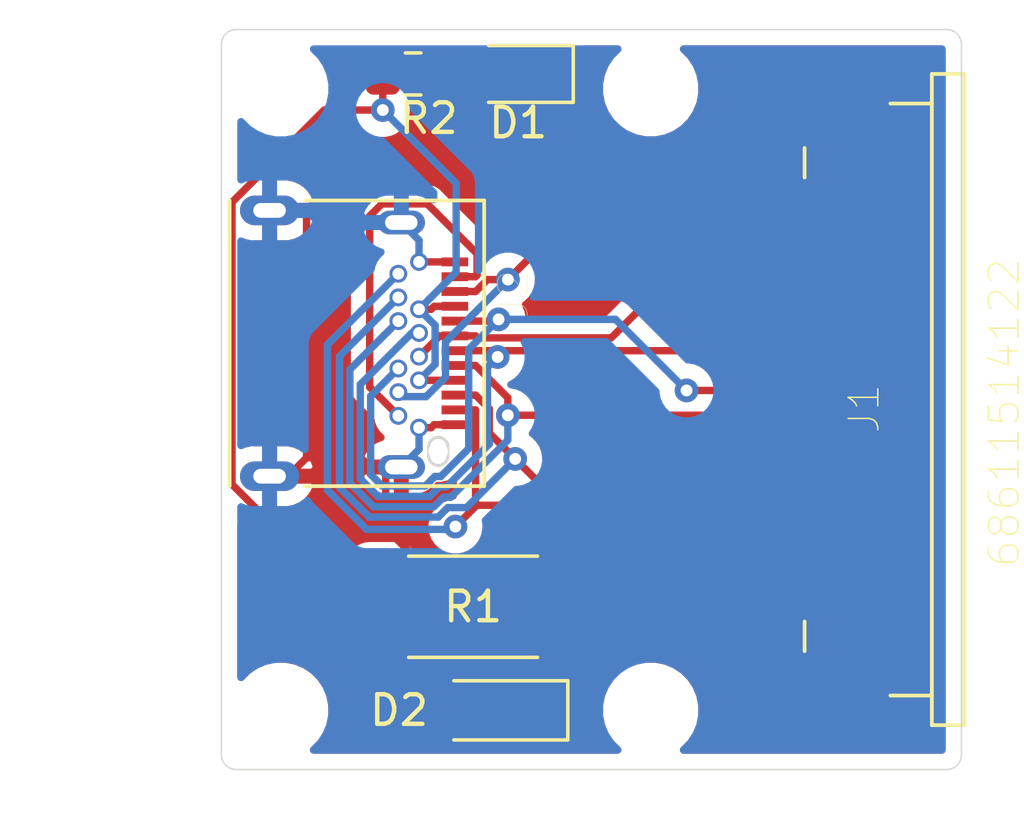
<source format=kicad_pcb>
(kicad_pcb (version 20171130) (host pcbnew "(5.1.7)-1")

  (general
    (thickness 1.6)
    (drawings 8)
    (tracks 171)
    (zones 0)
    (modules 10)
    (nets 15)
  )

  (page A4)
  (layers
    (0 F.Cu signal)
    (31 B.Cu signal)
    (32 B.Adhes user)
    (33 F.Adhes user)
    (34 B.Paste user)
    (35 F.Paste user)
    (36 B.SilkS user)
    (37 F.SilkS user)
    (38 B.Mask user)
    (39 F.Mask user)
    (40 Dwgs.User user)
    (41 Cmts.User user)
    (42 Eco1.User user)
    (43 Eco2.User user)
    (44 Edge.Cuts user)
    (45 Margin user)
    (46 B.CrtYd user)
    (47 F.CrtYd user)
    (48 B.Fab user)
    (49 F.Fab user)
  )

  (setup
    (last_trace_width 0.25)
    (trace_clearance 0.1)
    (zone_clearance 0.508)
    (zone_45_only no)
    (trace_min 0.2)
    (via_size 0.8)
    (via_drill 0.4)
    (via_min_size 0.4)
    (via_min_drill 0.3)
    (uvia_size 0.3)
    (uvia_drill 0.1)
    (uvias_allowed no)
    (uvia_min_size 0.2)
    (uvia_min_drill 0.1)
    (edge_width 0.05)
    (segment_width 0.2)
    (pcb_text_width 0.3)
    (pcb_text_size 1.5 1.5)
    (mod_edge_width 0.12)
    (mod_text_size 1 1)
    (mod_text_width 0.15)
    (pad_size 1.524 1.524)
    (pad_drill 0.762)
    (pad_to_mask_clearance 0)
    (aux_axis_origin 0 0)
    (visible_elements FFFFFF7F)
    (pcbplotparams
      (layerselection 0x010dc_ffffffff)
      (usegerberextensions false)
      (usegerberattributes true)
      (usegerberadvancedattributes true)
      (creategerberjobfile true)
      (excludeedgelayer true)
      (linewidth 0.100000)
      (plotframeref false)
      (viasonmask false)
      (mode 1)
      (useauxorigin false)
      (hpglpennumber 1)
      (hpglpenspeed 20)
      (hpglpendiameter 15.000000)
      (psnegative false)
      (psa4output false)
      (plotreference true)
      (plotvalue true)
      (plotinvisibletext false)
      (padsonsilk false)
      (subtractmaskfromsilk false)
      (outputformat 1)
      (mirror false)
      (drillshape 0)
      (scaleselection 1)
      (outputdirectory "./"))
  )

  (net 0 "")
  (net 1 GND)
  (net 2 "Net-(D1-Pad2)")
  (net 3 3.3VProtected)
  (net 4 CAMERAGPIO)
  (net 5 "Net-(J1-Pad4)")
  (net 6 CAMERASCL)
  (net 7 CAMERASDA)
  (net 8 CAMERACP)
  (net 9 CAMERACN)
  (net 10 CAMERADP1)
  (net 11 CAMERADN1)
  (net 12 CAMERADP0)
  (net 13 CAMERADN0)
  (net 14 +3V3)

  (net_class Default "This is the default net class."
    (clearance 0.1)
    (trace_width 0.25)
    (via_dia 0.8)
    (via_drill 0.4)
    (uvia_dia 0.3)
    (uvia_drill 0.1)
    (add_net +3V3)
    (add_net 3.3VProtected)
    (add_net CAMERACN)
    (add_net CAMERACP)
    (add_net CAMERADN0)
    (add_net CAMERADN1)
    (add_net CAMERADP0)
    (add_net CAMERADP1)
    (add_net CAMERAGPIO)
    (add_net CAMERASCL)
    (add_net CAMERASDA)
    (add_net GND)
    (add_net "Net-(D1-Pad2)")
    (add_net "Net-(J1-Pad4)")
  )

  (module 68611514122 (layer F.Cu) (tedit 5EAD9457) (tstamp 6027364C)
    (at 173.5 63 90)
    (descr "<b>WR-FPC 1.00mm SMT ZIF Horizontal Top Contact, 15 Pins")
    (path /6026C795)
    (attr smd)
    (fp_text reference J1 (at -0.3048 0.7112 90) (layer F.SilkS)
      (effects (font (size 1 1) (thickness 0.05)))
    )
    (fp_text value 68611514122 (at -0.4466 5.4484 90) (layer F.SilkS)
      (effects (font (size 1 1) (thickness 0.05)))
    )
    (fp_line (start 10 1.6) (end 10 3) (layer F.SilkS) (width 0.127))
    (fp_line (start -10 1.6) (end -10 3) (layer F.SilkS) (width 0.127))
    (fp_line (start 7.5 -1.3) (end 8.5 -1.3) (layer F.SilkS) (width 0.127))
    (fp_line (start -8.5 -1.3) (end -7.5 -1.3) (layer F.SilkS) (width 0.127))
    (fp_line (start -11 4.1) (end -11 3) (layer F.SilkS) (width 0.127))
    (fp_line (start 11 4.1) (end -11 4.1) (layer F.SilkS) (width 0.127))
    (fp_line (start 11 3) (end 11 4.1) (layer F.SilkS) (width 0.127))
    (fp_line (start 10 3) (end 11 3) (layer F.SilkS) (width 0.127))
    (fp_line (start -10 3) (end 10 3) (layer F.SilkS) (width 0.127))
    (fp_line (start -11 3) (end -10 3) (layer F.SilkS) (width 0.127))
    (fp_line (start -10 3) (end -10 -1.3) (layer Eco2.User) (width 0.127))
    (fp_line (start 10 -1.3) (end 10 3) (layer Eco2.User) (width 0.127))
    (fp_line (start -10 -1.3) (end 10 -1.3) (layer Eco2.User) (width 0.127))
    (pad 5 smd rect (at -3 -2.4 90) (size 0.6 2.2) (layers F.Cu F.Paste F.Mask)
      (net 4 CAMERAGPIO))
    (pad 4 smd rect (at -4 -2.4 90) (size 0.6 2.2) (layers F.Cu F.Paste F.Mask)
      (net 5 "Net-(J1-Pad4)"))
    (pad 6 smd rect (at -2 -2.4 90) (size 0.6 2.2) (layers F.Cu F.Paste F.Mask)
      (net 1 GND))
    (pad 3 smd rect (at -5 -2.4 90) (size 0.6 2.2) (layers F.Cu F.Paste F.Mask)
      (net 6 CAMERASCL))
    (pad Z2 smd rect (at 9.6 0 90) (size 1.8 2.6) (layers F.Cu F.Paste F.Mask))
    (pad Z1 smd rect (at -9.6 0 90) (size 1.8 2.6) (layers F.Cu F.Paste F.Mask))
    (pad 2 smd rect (at -6 -2.4 90) (size 0.6 2.2) (layers F.Cu F.Paste F.Mask)
      (net 7 CAMERASDA))
    (pad 1 smd rect (at -7 -2.4 90) (size 0.6 2.2) (layers F.Cu F.Paste F.Mask)
      (net 3 3.3VProtected))
    (pad 7 smd rect (at -1 -2.4 90) (size 0.6 2.2) (layers F.Cu F.Paste F.Mask)
      (net 8 CAMERACP))
    (pad 8 smd rect (at 0 -2.4 90) (size 0.6 2.2) (layers F.Cu F.Paste F.Mask)
      (net 9 CAMERACN))
    (pad 9 smd rect (at 1 -2.4 90) (size 0.6 2.2) (layers F.Cu F.Paste F.Mask)
      (net 1 GND))
    (pad 10 smd rect (at 2 -2.4 90) (size 0.6 2.2) (layers F.Cu F.Paste F.Mask)
      (net 10 CAMERADP1))
    (pad 11 smd rect (at 3 -2.4 90) (size 0.6 2.2) (layers F.Cu F.Paste F.Mask)
      (net 11 CAMERADN1))
    (pad 12 smd rect (at 4 -2.4 90) (size 0.6 2.2) (layers F.Cu F.Paste F.Mask)
      (net 1 GND))
    (pad 13 smd rect (at 5 -2.4 90) (size 0.6 2.2) (layers F.Cu F.Paste F.Mask)
      (net 12 CAMERADP0))
    (pad 14 smd rect (at 6 -2.4 90) (size 0.6 2.2) (layers F.Cu F.Paste F.Mask)
      (net 13 CAMERADN0))
    (pad 15 smd rect (at 7 -2.4 90) (size 0.6 2.2) (layers F.Cu F.Paste F.Mask)
      (net 1 GND))
    (model :Imported:68611514122/68611514122_Download_STP_68611514122_rev1.stp
      (offset (xyz 0 -1.5 1.5))
      (scale (xyz 1 1 1))
      (rotate (xyz 90 180 180))
    )
  )

  (module MountingHole:MountingHole_2.2mm_M2 (layer F.Cu) (tedit 56D1B4CB) (tstamp 602738A0)
    (at 167 52.5)
    (descr "Mounting Hole 2.2mm, no annular, M2")
    (tags "mounting hole 2.2mm no annular m2")
    (attr virtual)
    (fp_text reference REF2 (at 0 -3.2) (layer F.SilkS) hide
      (effects (font (size 1 1) (thickness 0.15)))
    )
    (fp_text value MountingHole_2.2mm_M2 (at 0 3.2) (layer F.Fab)
      (effects (font (size 1 1) (thickness 0.15)))
    )
    (fp_text user %R (at 0.3 0) (layer F.Fab)
      (effects (font (size 1 1) (thickness 0.15)))
    )
    (fp_circle (center 0 0) (end 2.2 0) (layer Cmts.User) (width 0.15))
    (fp_circle (center 0 0) (end 2.45 0) (layer F.CrtYd) (width 0.05))
    (pad 1 np_thru_hole circle (at 0 0) (size 2.2 2.2) (drill 2.2) (layers *.Cu *.Mask))
  )

  (module MountingHole:MountingHole_2.2mm_M2 (layer F.Cu) (tedit 56D1B4CB) (tstamp 60273875)
    (at 167 73.5)
    (descr "Mounting Hole 2.2mm, no annular, M2")
    (tags "mounting hole 2.2mm no annular m2")
    (attr virtual)
    (fp_text reference REF3 (at 0 -3.2) (layer F.SilkS) hide
      (effects (font (size 1 1) (thickness 0.15)))
    )
    (fp_text value MountingHole_2.2mm_M2 (at 0 3.2) (layer F.Fab)
      (effects (font (size 1 1) (thickness 0.15)))
    )
    (fp_text user %R (at 0.3 0) (layer F.Fab)
      (effects (font (size 1 1) (thickness 0.15)))
    )
    (fp_circle (center 0 0) (end 2.2 0) (layer Cmts.User) (width 0.15))
    (fp_circle (center 0 0) (end 2.45 0) (layer F.CrtYd) (width 0.05))
    (pad 1 np_thru_hole circle (at 0 0) (size 2.2 2.2) (drill 2.2) (layers *.Cu *.Mask))
  )

  (module MountingHole:MountingHole_2.2mm_M2 (layer F.Cu) (tedit 56D1B4CB) (tstamp 60273849)
    (at 154.5 73.5)
    (descr "Mounting Hole 2.2mm, no annular, M2")
    (tags "mounting hole 2.2mm no annular m2")
    (attr virtual)
    (fp_text reference REF4 (at 0 -3.2) (layer F.SilkS) hide
      (effects (font (size 1 1) (thickness 0.15)))
    )
    (fp_text value MountingHole_2.2mm_M2 (at 0 3.2) (layer F.Fab)
      (effects (font (size 1 1) (thickness 0.15)))
    )
    (fp_text user %R (at 0.3 0) (layer F.Fab)
      (effects (font (size 1 1) (thickness 0.15)))
    )
    (fp_circle (center 0 0) (end 2.2 0) (layer Cmts.User) (width 0.15))
    (fp_circle (center 0 0) (end 2.45 0) (layer F.CrtYd) (width 0.05))
    (pad 1 np_thru_hole circle (at 0 0) (size 2.2 2.2) (drill 2.2) (layers *.Cu *.Mask))
  )

  (module MountingHole:MountingHole_2.2mm_M2 (layer F.Cu) (tedit 56D1B4CB) (tstamp 6027381E)
    (at 154.5 52.5)
    (descr "Mounting Hole 2.2mm, no annular, M2")
    (tags "mounting hole 2.2mm no annular m2")
    (attr virtual)
    (fp_text reference REF1 (at 0 -3.2) (layer F.SilkS) hide
      (effects (font (size 1 1) (thickness 0.15)))
    )
    (fp_text value MountingHole_2.2mm_M2 (at 0 3.2) (layer F.Fab)
      (effects (font (size 1 1) (thickness 0.15)))
    )
    (fp_text user %R (at 0.3 0) (layer F.Fab)
      (effects (font (size 1 1) (thickness 0.15)))
    )
    (fp_circle (center 0 0) (end 2.2 0) (layer Cmts.User) (width 0.15))
    (fp_circle (center 0 0) (end 2.45 0) (layer F.CrtYd) (width 0.05))
    (pad 1 np_thru_hole circle (at 0 0) (size 2.2 2.2) (drill 2.2) (layers *.Cu *.Mask))
  )

  (module LED_SMD:LED_0805_2012Metric_Pad1.15x1.40mm_HandSolder (layer F.Cu) (tedit 5F68FEF1) (tstamp 60273611)
    (at 162.525 52 180)
    (descr "LED SMD 0805 (2012 Metric), square (rectangular) end terminal, IPC_7351 nominal, (Body size source: https://docs.google.com/spreadsheets/d/1BsfQQcO9C6DZCsRaXUlFlo91Tg2WpOkGARC1WS5S8t0/edit?usp=sharing), generated with kicad-footprint-generator")
    (tags "LED handsolder")
    (path /6026DE3A)
    (attr smd)
    (fp_text reference D1 (at 0 -1.65) (layer F.SilkS)
      (effects (font (size 1 1) (thickness 0.15)))
    )
    (fp_text value LED (at 0 1.65) (layer F.Fab)
      (effects (font (size 1 1) (thickness 0.15)))
    )
    (fp_line (start 1.85 0.95) (end -1.85 0.95) (layer F.CrtYd) (width 0.05))
    (fp_line (start 1.85 -0.95) (end 1.85 0.95) (layer F.CrtYd) (width 0.05))
    (fp_line (start -1.85 -0.95) (end 1.85 -0.95) (layer F.CrtYd) (width 0.05))
    (fp_line (start -1.85 0.95) (end -1.85 -0.95) (layer F.CrtYd) (width 0.05))
    (fp_line (start -1.86 0.96) (end 1 0.96) (layer F.SilkS) (width 0.12))
    (fp_line (start -1.86 -0.96) (end -1.86 0.96) (layer F.SilkS) (width 0.12))
    (fp_line (start 1 -0.96) (end -1.86 -0.96) (layer F.SilkS) (width 0.12))
    (fp_line (start 1 0.6) (end 1 -0.6) (layer F.Fab) (width 0.1))
    (fp_line (start -1 0.6) (end 1 0.6) (layer F.Fab) (width 0.1))
    (fp_line (start -1 -0.3) (end -1 0.6) (layer F.Fab) (width 0.1))
    (fp_line (start -0.7 -0.6) (end -1 -0.3) (layer F.Fab) (width 0.1))
    (fp_line (start 1 -0.6) (end -0.7 -0.6) (layer F.Fab) (width 0.1))
    (fp_text user %R (at 0 0) (layer F.Fab)
      (effects (font (size 0.5 0.5) (thickness 0.08)))
    )
    (pad 1 smd roundrect (at -1.025 0 180) (size 1.15 1.4) (layers F.Cu F.Paste F.Mask) (roundrect_rratio 0.2173904347826087)
      (net 1 GND))
    (pad 2 smd roundrect (at 1.025 0 180) (size 1.15 1.4) (layers F.Cu F.Paste F.Mask) (roundrect_rratio 0.2173904347826087)
      (net 2 "Net-(D1-Pad2)"))
    (model ${KISYS3DMOD}/LED_SMD.3dshapes/LED_0805_2012Metric.wrl
      (at (xyz 0 0 0))
      (scale (xyz 1 1 1))
      (rotate (xyz 0 0 0))
    )
  )

  (module Diode_SMD:D_SOD-123F (layer F.Cu) (tedit 587F7769) (tstamp 6027362A)
    (at 162 73.5 180)
    (descr D_SOD-123F)
    (tags D_SOD-123F)
    (path /6026D633)
    (attr smd)
    (fp_text reference D2 (at 3.5 0) (layer F.SilkS)
      (effects (font (size 1 1) (thickness 0.15)))
    )
    (fp_text value "D_Zener 3.3V" (at 0 2.1) (layer F.Fab)
      (effects (font (size 1 1) (thickness 0.15)))
    )
    (fp_line (start -2.2 -1) (end 1.65 -1) (layer F.SilkS) (width 0.12))
    (fp_line (start -2.2 1) (end 1.65 1) (layer F.SilkS) (width 0.12))
    (fp_line (start -2.2 -1.15) (end -2.2 1.15) (layer F.CrtYd) (width 0.05))
    (fp_line (start 2.2 1.15) (end -2.2 1.15) (layer F.CrtYd) (width 0.05))
    (fp_line (start 2.2 -1.15) (end 2.2 1.15) (layer F.CrtYd) (width 0.05))
    (fp_line (start -2.2 -1.15) (end 2.2 -1.15) (layer F.CrtYd) (width 0.05))
    (fp_line (start -1.4 -0.9) (end 1.4 -0.9) (layer F.Fab) (width 0.1))
    (fp_line (start 1.4 -0.9) (end 1.4 0.9) (layer F.Fab) (width 0.1))
    (fp_line (start 1.4 0.9) (end -1.4 0.9) (layer F.Fab) (width 0.1))
    (fp_line (start -1.4 0.9) (end -1.4 -0.9) (layer F.Fab) (width 0.1))
    (fp_line (start -0.75 0) (end -0.35 0) (layer F.Fab) (width 0.1))
    (fp_line (start -0.35 0) (end -0.35 -0.55) (layer F.Fab) (width 0.1))
    (fp_line (start -0.35 0) (end -0.35 0.55) (layer F.Fab) (width 0.1))
    (fp_line (start -0.35 0) (end 0.25 -0.4) (layer F.Fab) (width 0.1))
    (fp_line (start 0.25 -0.4) (end 0.25 0.4) (layer F.Fab) (width 0.1))
    (fp_line (start 0.25 0.4) (end -0.35 0) (layer F.Fab) (width 0.1))
    (fp_line (start 0.25 0) (end 0.75 0) (layer F.Fab) (width 0.1))
    (fp_line (start -2.2 -1) (end -2.2 1) (layer F.SilkS) (width 0.12))
    (fp_text user %R (at -0.127 -1.905) (layer F.Fab)
      (effects (font (size 1 1) (thickness 0.15)))
    )
    (pad 1 smd rect (at -1.4 0 180) (size 1.1 1.1) (layers F.Cu F.Paste F.Mask)
      (net 3 3.3VProtected))
    (pad 2 smd rect (at 1.4 0 180) (size 1.1 1.1) (layers F.Cu F.Paste F.Mask)
      (net 1 GND))
    (model ${KISYS3DMOD}/Diode_SMD.3dshapes/D_SOD-123F.wrl
      (at (xyz 0 0 0))
      (scale (xyz 1 1 1))
      (rotate (xyz 0 0 0))
    )
  )

  (module Resistor_SMD:R_2512_6332Metric_Pad1.40x3.35mm_HandSolder (layer F.Cu) (tedit 5F68FEEE) (tstamp 60273AB9)
    (at 161 70 180)
    (descr "Resistor SMD 2512 (6332 Metric), square (rectangular) end terminal, IPC_7351 nominal with elongated pad for handsoldering. (Body size source: IPC-SM-782 page 72, https://www.pcb-3d.com/wordpress/wp-content/uploads/ipc-sm-782a_amendment_1_and_2.pdf), generated with kicad-footprint-generator")
    (tags "resistor handsolder")
    (path /602704B6)
    (attr smd)
    (fp_text reference R1 (at 0 0) (layer F.SilkS)
      (effects (font (size 1 1) (thickness 0.15)))
    )
    (fp_text value 100R (at 0 2.62) (layer F.Fab)
      (effects (font (size 1 1) (thickness 0.15)))
    )
    (fp_line (start 4 1.92) (end -4 1.92) (layer F.CrtYd) (width 0.05))
    (fp_line (start 4 -1.92) (end 4 1.92) (layer F.CrtYd) (width 0.05))
    (fp_line (start -4 -1.92) (end 4 -1.92) (layer F.CrtYd) (width 0.05))
    (fp_line (start -4 1.92) (end -4 -1.92) (layer F.CrtYd) (width 0.05))
    (fp_line (start -2.177064 1.71) (end 2.177064 1.71) (layer F.SilkS) (width 0.12))
    (fp_line (start -2.177064 -1.71) (end 2.177064 -1.71) (layer F.SilkS) (width 0.12))
    (fp_line (start 3.15 1.6) (end -3.15 1.6) (layer F.Fab) (width 0.1))
    (fp_line (start 3.15 -1.6) (end 3.15 1.6) (layer F.Fab) (width 0.1))
    (fp_line (start -3.15 -1.6) (end 3.15 -1.6) (layer F.Fab) (width 0.1))
    (fp_line (start -3.15 1.6) (end -3.15 -1.6) (layer F.Fab) (width 0.1))
    (fp_text user %R (at 0 0) (layer F.Fab)
      (effects (font (size 1 1) (thickness 0.15)))
    )
    (pad 1 smd roundrect (at -3.05 0 180) (size 1.4 3.35) (layers F.Cu F.Paste F.Mask) (roundrect_rratio 0.1785707142857143)
      (net 3 3.3VProtected))
    (pad 2 smd roundrect (at 3.05 0 180) (size 1.4 3.35) (layers F.Cu F.Paste F.Mask) (roundrect_rratio 0.1785707142857143)
      (net 14 +3V3))
    (model ${KISYS3DMOD}/Resistor_SMD.3dshapes/R_2512_6332Metric.wrl
      (at (xyz 0 0 0))
      (scale (xyz 1 1 1))
      (rotate (xyz 0 0 0))
    )
  )

  (module Resistor_SMD:R_0805_2012Metric_Pad1.15x1.40mm_HandSolder (layer F.Cu) (tedit 5B36C52B) (tstamp 60273C16)
    (at 158.975 52)
    (descr "Resistor SMD 0805 (2012 Metric), square (rectangular) end terminal, IPC_7351 nominal with elongated pad for handsoldering. (Body size source: https://docs.google.com/spreadsheets/d/1BsfQQcO9C6DZCsRaXUlFlo91Tg2WpOkGARC1WS5S8t0/edit?usp=sharing), generated with kicad-footprint-generator")
    (tags "resistor handsolder")
    (path /60276D20)
    (attr smd)
    (fp_text reference R2 (at 0.525 1.5) (layer F.SilkS)
      (effects (font (size 1 1) (thickness 0.15)))
    )
    (fp_text value 1K (at 0 1.65) (layer F.Fab)
      (effects (font (size 1 1) (thickness 0.15)))
    )
    (fp_line (start 1.85 0.95) (end -1.85 0.95) (layer F.CrtYd) (width 0.05))
    (fp_line (start 1.85 -0.95) (end 1.85 0.95) (layer F.CrtYd) (width 0.05))
    (fp_line (start -1.85 -0.95) (end 1.85 -0.95) (layer F.CrtYd) (width 0.05))
    (fp_line (start -1.85 0.95) (end -1.85 -0.95) (layer F.CrtYd) (width 0.05))
    (fp_line (start -0.261252 0.71) (end 0.261252 0.71) (layer F.SilkS) (width 0.12))
    (fp_line (start -0.261252 -0.71) (end 0.261252 -0.71) (layer F.SilkS) (width 0.12))
    (fp_line (start 1 0.6) (end -1 0.6) (layer F.Fab) (width 0.1))
    (fp_line (start 1 -0.6) (end 1 0.6) (layer F.Fab) (width 0.1))
    (fp_line (start -1 -0.6) (end 1 -0.6) (layer F.Fab) (width 0.1))
    (fp_line (start -1 0.6) (end -1 -0.6) (layer F.Fab) (width 0.1))
    (fp_text user %R (at 0 0) (layer F.Fab)
      (effects (font (size 0.5 0.5) (thickness 0.08)))
    )
    (pad 1 smd roundrect (at -1.025 0) (size 1.15 1.4) (layers F.Cu F.Paste F.Mask) (roundrect_rratio 0.2173904347826087)
      (net 14 +3V3))
    (pad 2 smd roundrect (at 1.025 0) (size 1.15 1.4) (layers F.Cu F.Paste F.Mask) (roundrect_rratio 0.2173904347826087)
      (net 2 "Net-(D1-Pad2)"))
    (model ${KISYS3DMOD}/Resistor_SMD.3dshapes/R_0805_2012Metric.wrl
      (at (xyz 0 0 0))
      (scale (xyz 1 1 1))
      (rotate (xyz 0 0 0))
    )
  )

  (module digikey-footprints:CONN_10137062-00021LF (layer F.Cu) (tedit 6026E241) (tstamp 60274FDF)
    (at 159.825 61.1 270)
    (path /602D118D)
    (fp_text reference J2 (at -1.651 -2.54 90) (layer F.SilkS)
      (effects (font (size 1 1) (thickness 0.015)))
    )
    (fp_text value 10137062-00021LF (at 8.509 8.255 90) (layer F.Fab)
      (effects (font (size 1 1) (thickness 0.015)))
    )
    (fp_line (start 3.8 0.325) (end 3.5 0.325) (layer Edge.Cuts) (width 0.1))
    (fp_line (start 3.5 -0.325) (end 3.8 -0.325) (layer Edge.Cuts) (width 0.1))
    (fp_line (start -5.15 7.3) (end -5.15 -1.8) (layer F.CrtYd) (width 0.05))
    (fp_line (start 5.15 7.3) (end -5.15 7.3) (layer F.CrtYd) (width 0.05))
    (fp_line (start 5.15 -1.8) (end 5.15 7.3) (layer F.CrtYd) (width 0.05))
    (fp_line (start -5.15 -1.8) (end 5.15 -1.8) (layer F.CrtYd) (width 0.05))
    (fp_line (start 4.825 -1.55) (end 4.825 4.5) (layer F.SilkS) (width 0.127))
    (fp_line (start -4.825 -1.55) (end -4.825 4.5) (layer F.SilkS) (width 0.127))
    (fp_line (start 4.825 7.05) (end -4.825 7.05) (layer F.SilkS) (width 0.127))
    (fp_line (start -4.825 -1.55) (end 4.825 -1.55) (layer F.SilkS) (width 0.127))
    (fp_line (start -4.825 7.05) (end -4.825 -1.55) (layer F.Fab) (width 0.127))
    (fp_line (start 4.825 7.05) (end -4.825 7.05) (layer F.Fab) (width 0.127))
    (fp_line (start 4.825 -1.55) (end 4.825 7.05) (layer F.Fab) (width 0.127))
    (fp_line (start -4.825 -1.55) (end 4.825 -1.55) (layer F.Fab) (width 0.127))
    (fp_arc (start 3.5 0) (end 3.5 -0.325) (angle -90) (layer Edge.Cuts) (width 0.1))
    (fp_arc (start 3.5 0) (end 3.175 0) (angle -90) (layer Edge.Cuts) (width 0.1))
    (fp_arc (start 3.8 0) (end 3.8 0.325) (angle -90) (layer Edge.Cuts) (width 0.1))
    (fp_arc (start 3.8 0) (end 4.125 0) (angle -90) (layer Edge.Cuts) (width 0.1))
    (fp_text user B1 (at 5.5 2.3 90) (layer F.Fab)
      (effects (font (size 0.48 0.48) (thickness 0.015)))
    )
    (fp_text user A1 (at -6.4 -0.5 90) (layer F.Fab)
      (effects (font (size 0.48 0.48) (thickness 0.015)))
    )
    (pad None np_thru_hole circle (at 3.65 0 270) (size 0.65 0.65) (drill 0.65) (layers *.Cu *.Mask))
    (pad S4 thru_hole oval (at 4.49 5.7 270) (size 1 2) (drill oval 0.5 1.1) (layers *.Cu *.Mask)
      (net 1 GND))
    (pad S3 thru_hole oval (at -4.49 5.7 270) (size 1 2) (drill oval 0.5 1.1) (layers *.Cu *.Mask)
      (net 1 GND))
    (pad S2 thru_hole oval (at 4.18 1.25 270) (size 0.8 1.6) (drill oval 0.5 1.1) (layers *.Cu *.Mask)
      (net 1 GND))
    (pad S1 thru_hole oval (at -4.08 1.25 270) (size 0.8 1.6) (drill oval 0.5 1.1) (layers *.Cu *.Mask)
      (net 1 GND))
    (pad B12 thru_hole circle (at -2.75 0.65 270) (size 0.6 0.6) (drill 0.4) (layers *.Cu *.Mask)
      (net 1 GND))
    (pad B11 thru_hole circle (at -2.35 1.35 270) (size 0.6 0.6) (drill 0.4) (layers *.Cu *.Mask)
      (net 7 CAMERASDA))
    (pad B10 thru_hole circle (at -1.55 1.35 270) (size 0.6 0.6) (drill 0.4) (layers *.Cu *.Mask)
      (net 6 CAMERASCL))
    (pad B9 thru_hole circle (at -1.15 0.65 270) (size 0.6 0.6) (drill 0.4) (layers *.Cu *.Mask)
      (net 14 +3V3))
    (pad B8 thru_hole circle (at -0.75 1.35 270) (size 0.6 0.6) (drill 0.4) (layers *.Cu *.Mask)
      (net 8 CAMERACP))
    (pad B7 thru_hole circle (at -0.35 0.65 270) (size 0.6 0.6) (drill 0.4) (layers *.Cu *.Mask)
      (net 10 CAMERADP1))
    (pad B6 thru_hole circle (at 0.45 0.65 270) (size 0.6 0.6) (drill 0.4) (layers *.Cu *.Mask)
      (net 11 CAMERADN1))
    (pad B5 thru_hole circle (at 0.85 1.35 270) (size 0.6 0.6) (drill 0.4) (layers *.Cu *.Mask)
      (net 9 CAMERACN))
    (pad B4 thru_hole circle (at 1.25 0.65 270) (size 0.6 0.6) (drill 0.4) (layers *.Cu *.Mask)
      (net 14 +3V3))
    (pad B3 thru_hole circle (at 1.65 1.35 270) (size 0.6 0.6) (drill 0.4) (layers *.Cu *.Mask)
      (net 12 CAMERADP0))
    (pad B2 thru_hole circle (at 2.45 1.35 270) (size 0.6 0.6) (drill 0.4) (layers *.Cu *.Mask)
      (net 13 CAMERADN0))
    (pad B1 thru_hole circle (at 2.85 0.65 270) (size 0.6 0.6) (drill 0.4) (layers *.Cu *.Mask)
      (net 1 GND))
    (pad A12 smd rect (at 2.75 -0.56 270) (size 0.3 0.9) (layers F.Cu F.Paste F.Mask)
      (net 1 GND))
    (pad A11 smd rect (at 2.25 -0.56 270) (size 0.3 0.9) (layers F.Cu F.Paste F.Mask)
      (net 7 CAMERASDA))
    (pad A10 smd rect (at 1.75 -0.56 270) (size 0.3 0.9) (layers F.Cu F.Paste F.Mask)
      (net 6 CAMERASCL))
    (pad A9 smd rect (at 1.25 -0.56 270) (size 0.3 0.9) (layers F.Cu F.Paste F.Mask)
      (net 14 +3V3))
    (pad A8 smd rect (at 0.75 -0.56 270) (size 0.3 0.9) (layers F.Cu F.Paste F.Mask)
      (net 8 CAMERACP))
    (pad A7 smd rect (at 0.25 -0.56 270) (size 0.3 0.9) (layers F.Cu F.Paste F.Mask)
      (net 10 CAMERADP1))
    (pad A6 smd rect (at -0.25 -0.56 270) (size 0.3 0.9) (layers F.Cu F.Paste F.Mask)
      (net 11 CAMERADN1))
    (pad A5 smd rect (at -0.75 -0.56 270) (size 0.3 0.9) (layers F.Cu F.Paste F.Mask)
      (net 9 CAMERACN))
    (pad A4 smd rect (at -1.25 -0.56 270) (size 0.3 0.9) (layers F.Cu F.Paste F.Mask)
      (net 14 +3V3))
    (pad A3 smd rect (at -1.75 -0.56 270) (size 0.3 0.9) (layers F.Cu F.Paste F.Mask)
      (net 12 CAMERADP0))
    (pad A2 smd rect (at -2.25 -0.56 270) (size 0.3 0.9) (layers F.Cu F.Paste F.Mask)
      (net 13 CAMERADN0))
    (pad A1 smd rect (at -2.75 -0.56 270) (size 0.3 0.9) (layers F.Cu F.Paste F.Mask)
      (net 1 GND))
    (pad None np_thru_hole circle (at -3.55 0 270) (size 0.65 0.65) (drill 0.65) (layers *.Cu *.Mask))
  )

  (gr_arc (start 153 75) (end 152.5 75) (angle -90) (layer Edge.Cuts) (width 0.05))
  (gr_arc (start 177 75) (end 177 75.5) (angle -90) (layer Edge.Cuts) (width 0.05))
  (gr_arc (start 177 51) (end 177.5 51) (angle -90) (layer Edge.Cuts) (width 0.05))
  (gr_arc (start 153 51) (end 153 50.5) (angle -90) (layer Edge.Cuts) (width 0.05))
  (gr_line (start 152.5 75) (end 152.5 51) (layer Edge.Cuts) (width 0.05) (tstamp 60273801))
  (gr_line (start 177 75.5) (end 153 75.5) (layer Edge.Cuts) (width 0.05))
  (gr_line (start 177.5 51) (end 177.5 75) (layer Edge.Cuts) (width 0.05))
  (gr_line (start 153 50.5) (end 177 50.5) (layer Edge.Cuts) (width 0.05))

  (segment (start 158.05 65.28) (end 158.05 67.3473) (width 0.25) (layer F.Cu) (net 1))
  (segment (start 158.05 67.3473) (end 160.6 69.8973) (width 0.25) (layer F.Cu) (net 1))
  (segment (start 160.6 69.8973) (end 160.6 73.5) (width 0.25) (layer F.Cu) (net 1))
  (segment (start 158.05 65.28) (end 157.525 65.28) (width 0.25) (layer F.Cu) (net 1))
  (segment (start 158.575 65.28) (end 158.05 65.28) (width 0.25) (layer F.Cu) (net 1))
  (segment (start 155.375 64.965) (end 154.75 65.59) (width 0.25) (layer F.Cu) (net 1))
  (segment (start 155.375 56.61) (end 155.375 64.965) (width 0.25) (layer F.Cu) (net 1))
  (segment (start 155.375 64.965) (end 157.21 64.965) (width 0.25) (layer F.Cu) (net 1))
  (segment (start 157.21 64.965) (end 157.525 65.28) (width 0.25) (layer F.Cu) (net 1))
  (segment (start 154.125 65.59) (end 154.75 65.59) (width 0.25) (layer F.Cu) (net 1))
  (segment (start 160.385 63.85) (end 159.685 63.85) (width 0.25) (layer F.Cu) (net 1))
  (segment (start 159.175 63.95) (end 159.585 63.95) (width 0.25) (layer F.Cu) (net 1))
  (segment (start 159.585 63.95) (end 159.685 63.85) (width 0.25) (layer F.Cu) (net 1))
  (segment (start 155.375 56.61) (end 156.3391 55.6459) (width 0.25) (layer F.Cu) (net 1))
  (segment (start 156.3391 55.6459) (end 159.9041 55.6459) (width 0.25) (layer F.Cu) (net 1))
  (segment (start 159.9041 55.6459) (end 163.55 52) (width 0.25) (layer F.Cu) (net 1))
  (segment (start 163.55 52) (end 167.55 56) (width 0.25) (layer F.Cu) (net 1))
  (segment (start 167.55 56) (end 169.75 56) (width 0.25) (layer F.Cu) (net 1))
  (segment (start 154.125 56.61) (end 155.375 56.61) (width 0.25) (layer B.Cu) (net 1))
  (segment (start 158.575 57.02) (end 155.785 57.02) (width 0.25) (layer B.Cu) (net 1))
  (segment (start 155.785 57.02) (end 155.375 56.61) (width 0.25) (layer B.Cu) (net 1))
  (segment (start 171.1 56) (end 169.75 56) (width 0.25) (layer F.Cu) (net 1))
  (segment (start 159.175 58.35) (end 159.175 57.62) (width 0.25) (layer B.Cu) (net 1))
  (segment (start 159.175 57.62) (end 158.575 57.02) (width 0.25) (layer B.Cu) (net 1))
  (segment (start 154.125 56.61) (end 155.375 56.61) (width 0.25) (layer F.Cu) (net 1))
  (segment (start 171.1 65) (end 172.45 65) (width 0.25) (layer F.Cu) (net 1))
  (segment (start 172.4254 62) (end 172.45 62) (width 0.25) (layer F.Cu) (net 1))
  (segment (start 171.1 62) (end 172.4254 62) (width 0.25) (layer F.Cu) (net 1))
  (segment (start 172.45 65) (end 172.45 62.0246) (width 0.25) (layer F.Cu) (net 1))
  (segment (start 172.45 62.0246) (end 172.4254 62) (width 0.25) (layer F.Cu) (net 1))
  (segment (start 172.4254 59) (end 172.45 59) (width 0.25) (layer F.Cu) (net 1))
  (segment (start 171.1 59) (end 172.4254 59) (width 0.25) (layer F.Cu) (net 1))
  (segment (start 172.45 62) (end 172.45 59.0246) (width 0.25) (layer F.Cu) (net 1))
  (segment (start 172.45 59.0246) (end 172.4254 59) (width 0.25) (layer F.Cu) (net 1))
  (segment (start 171.1 56) (end 172.45 56) (width 0.25) (layer F.Cu) (net 1))
  (segment (start 172.45 59) (end 172.45 56) (width 0.25) (layer F.Cu) (net 1))
  (segment (start 159.175 63.95) (end 159.175 64.68) (width 0.25) (layer B.Cu) (net 1))
  (segment (start 159.175 64.68) (end 158.575 65.28) (width 0.25) (layer B.Cu) (net 1))
  (segment (start 160.385 58.35) (end 159.175 58.35) (width 0.25) (layer F.Cu) (net 1))
  (segment (start 160 52) (end 161.5 52) (width 0.25) (layer F.Cu) (net 2))
  (segment (start 163.4 73.5) (end 163.4 72.7) (width 0.25) (layer F.Cu) (net 3))
  (segment (start 164.05 70) (end 164.05 72.05) (width 0.25) (layer F.Cu) (net 3))
  (segment (start 164.05 72.05) (end 163.4 72.7) (width 0.25) (layer F.Cu) (net 3))
  (segment (start 164.05 70) (end 169.75 70) (width 0.25) (layer F.Cu) (net 3))
  (segment (start 171.1 70) (end 169.75 70) (width 0.25) (layer F.Cu) (net 3))
  (segment (start 171.1 68) (end 165.4173 68) (width 0.25) (layer F.Cu) (net 6))
  (segment (start 165.4173 68) (end 162.4234 65.0061) (width 0.25) (layer F.Cu) (net 6))
  (segment (start 162.4234 65.0061) (end 160.7788 66.6507) (width 0.25) (layer B.Cu) (net 6))
  (segment (start 160.7788 66.6507) (end 160.1446 66.6507) (width 0.25) (layer B.Cu) (net 6))
  (segment (start 160.1446 66.6507) (end 159.8249 66.9704) (width 0.25) (layer B.Cu) (net 6))
  (segment (start 159.8249 66.9704) (end 157.4927 66.9704) (width 0.25) (layer B.Cu) (net 6))
  (segment (start 157.4927 66.9704) (end 156.4892 65.9669) (width 0.25) (layer B.Cu) (net 6))
  (segment (start 156.4892 65.9669) (end 156.4892 61.5358) (width 0.25) (layer B.Cu) (net 6))
  (segment (start 156.4892 61.5358) (end 158.475 59.55) (width 0.25) (layer B.Cu) (net 6))
  (segment (start 161.085 62.85) (end 161.5493 63.3143) (width 0.25) (layer F.Cu) (net 6))
  (segment (start 161.5493 63.3143) (end 161.5493 64.132) (width 0.25) (layer F.Cu) (net 6))
  (segment (start 161.5493 64.132) (end 162.4234 65.0061) (width 0.25) (layer F.Cu) (net 6))
  (segment (start 160.385 62.85) (end 161.085 62.85) (width 0.25) (layer F.Cu) (net 6))
  (via (at 162.4234 65.0061) (size 0.8) (layers F.Cu B.Cu) (net 6))
  (segment (start 161.1239 66.572) (end 163.2945 66.572) (width 0.25) (layer F.Cu) (net 7))
  (segment (start 163.2945 66.572) (end 165.7225 69) (width 0.25) (layer F.Cu) (net 7))
  (segment (start 165.7225 69) (end 171.1 69) (width 0.25) (layer F.Cu) (net 7))
  (segment (start 161.085 63.35) (end 161.085 66.5331) (width 0.25) (layer F.Cu) (net 7))
  (segment (start 161.085 66.5331) (end 161.1239 66.572) (width 0.25) (layer F.Cu) (net 7))
  (segment (start 161.1239 66.572) (end 160.4044 67.2915) (width 0.25) (layer F.Cu) (net 7))
  (segment (start 158.475 58.75) (end 156.0783 61.1467) (width 0.25) (layer B.Cu) (net 7))
  (segment (start 156.0783 61.1467) (end 156.0783 66.06) (width 0.25) (layer B.Cu) (net 7))
  (segment (start 156.0783 66.06) (end 157.4055 67.3872) (width 0.25) (layer B.Cu) (net 7))
  (segment (start 157.4055 67.3872) (end 160.3087 67.3872) (width 0.25) (layer B.Cu) (net 7))
  (segment (start 160.3087 67.3872) (end 160.4044 67.2915) (width 0.25) (layer B.Cu) (net 7))
  (segment (start 160.385 63.35) (end 161.085 63.35) (width 0.25) (layer F.Cu) (net 7))
  (via (at 160.4044 67.2915) (size 0.8) (layers F.Cu B.Cu) (net 7))
  (segment (start 162.1746 63.5305) (end 162.1746 64.3703) (width 0.25) (layer B.Cu) (net 8))
  (segment (start 162.1746 64.3703) (end 160.2445 66.3004) (width 0.25) (layer B.Cu) (net 8))
  (segment (start 160.2445 66.3004) (end 159.9995 66.3004) (width 0.25) (layer B.Cu) (net 8))
  (segment (start 159.9995 66.3004) (end 159.6798 66.6201) (width 0.25) (layer B.Cu) (net 8))
  (segment (start 159.6798 66.6201) (end 157.6378 66.6201) (width 0.25) (layer B.Cu) (net 8))
  (segment (start 157.6378 66.6201) (end 156.8395 65.8218) (width 0.25) (layer B.Cu) (net 8))
  (segment (start 156.8395 65.8218) (end 156.8395 61.9855) (width 0.25) (layer B.Cu) (net 8))
  (segment (start 156.8395 61.9855) (end 158.475 60.35) (width 0.25) (layer B.Cu) (net 8))
  (segment (start 161.085 61.85) (end 162.1746 62.9396) (width 0.25) (layer F.Cu) (net 8))
  (segment (start 162.1746 62.9396) (end 162.1746 63.5305) (width 0.25) (layer F.Cu) (net 8))
  (segment (start 160.385 61.85) (end 161.085 61.85) (width 0.25) (layer F.Cu) (net 8))
  (segment (start 171.1 64) (end 169.75 64) (width 0.25) (layer F.Cu) (net 8))
  (segment (start 162.1746 63.5305) (end 169.2805 63.5305) (width 0.25) (layer F.Cu) (net 8))
  (segment (start 169.2805 63.5305) (end 169.75 64) (width 0.25) (layer F.Cu) (net 8))
  (via (at 162.1746 63.5305) (size 0.8) (layers F.Cu B.Cu) (net 8))
  (segment (start 161.8621 60.2912) (end 160.8526 61.3007) (width 0.25) (layer B.Cu) (net 9))
  (segment (start 160.8526 61.3007) (end 160.8526 64.6553) (width 0.25) (layer B.Cu) (net 9))
  (segment (start 160.8526 64.6553) (end 159.9081 65.5998) (width 0.25) (layer B.Cu) (net 9))
  (segment (start 159.9081 65.5998) (end 159.7093 65.5998) (width 0.25) (layer B.Cu) (net 9))
  (segment (start 159.7093 65.5998) (end 159.3896 65.9195) (width 0.25) (layer B.Cu) (net 9))
  (segment (start 159.3896 65.9195) (end 157.928 65.9195) (width 0.25) (layer B.Cu) (net 9))
  (segment (start 157.928 65.9195) (end 157.5402 65.5317) (width 0.25) (layer B.Cu) (net 9))
  (segment (start 157.5402 65.5317) (end 157.5402 62.8848) (width 0.25) (layer B.Cu) (net 9))
  (segment (start 157.5402 62.8848) (end 158.475 61.95) (width 0.25) (layer B.Cu) (net 9))
  (segment (start 171.1 63) (end 169.75 63) (width 0.25) (layer F.Cu) (net 9))
  (segment (start 168.2125 62.6924) (end 169.4424 62.6924) (width 0.25) (layer F.Cu) (net 9))
  (segment (start 169.4424 62.6924) (end 169.75 63) (width 0.25) (layer F.Cu) (net 9))
  (segment (start 161.8621 60.2912) (end 165.8113 60.2912) (width 0.25) (layer B.Cu) (net 9))
  (segment (start 165.8113 60.2912) (end 168.2125 62.6924) (width 0.25) (layer B.Cu) (net 9))
  (segment (start 160.385 60.35) (end 161.8033 60.35) (width 0.25) (layer F.Cu) (net 9))
  (segment (start 161.8033 60.35) (end 161.8621 60.2912) (width 0.25) (layer F.Cu) (net 9))
  (via (at 168.2125 62.6924) (size 0.8) (layers F.Cu B.Cu) (net 9))
  (via (at 161.8621 60.2912) (size 0.8) (layers F.Cu B.Cu) (net 9))
  (segment (start 161.8287 61.5615) (end 161.4865 61.9037) (width 0.25) (layer B.Cu) (net 10))
  (segment (start 161.4865 61.9037) (end 161.4865 64.3328) (width 0.25) (layer B.Cu) (net 10))
  (segment (start 161.4865 64.3328) (end 161.5499 64.3962) (width 0.25) (layer B.Cu) (net 10))
  (segment (start 161.5499 64.3962) (end 161.5499 64.4996) (width 0.25) (layer B.Cu) (net 10))
  (segment (start 161.5499 64.4996) (end 160.0994 65.9501) (width 0.25) (layer B.Cu) (net 10))
  (segment (start 160.0994 65.9501) (end 159.8544 65.9501) (width 0.25) (layer B.Cu) (net 10))
  (segment (start 159.8544 65.9501) (end 159.5347 66.2698) (width 0.25) (layer B.Cu) (net 10))
  (segment (start 159.5347 66.2698) (end 157.7829 66.2698) (width 0.25) (layer B.Cu) (net 10))
  (segment (start 157.7829 66.2698) (end 157.1898 65.6767) (width 0.25) (layer B.Cu) (net 10))
  (segment (start 157.1898 65.6767) (end 157.1898 62.4922) (width 0.25) (layer B.Cu) (net 10))
  (segment (start 157.1898 62.4922) (end 158.932 60.75) (width 0.25) (layer B.Cu) (net 10))
  (segment (start 158.932 60.75) (end 159.175 60.75) (width 0.25) (layer B.Cu) (net 10))
  (segment (start 161.8287 61.35) (end 161.8287 61.5615) (width 0.25) (layer F.Cu) (net 10))
  (segment (start 161.8287 61.35) (end 161.085 61.35) (width 0.25) (layer F.Cu) (net 10))
  (segment (start 169.75 61) (end 169.4 61.35) (width 0.25) (layer F.Cu) (net 10))
  (segment (start 169.4 61.35) (end 161.8287 61.35) (width 0.25) (layer F.Cu) (net 10))
  (segment (start 160.6088 61.35) (end 160.385 61.35) (width 0.25) (layer F.Cu) (net 10))
  (segment (start 160.6088 61.35) (end 161.085 61.35) (width 0.25) (layer F.Cu) (net 10))
  (segment (start 171.1 61) (end 169.75 61) (width 0.25) (layer F.Cu) (net 10))
  (via (at 161.8287 61.5615) (size 0.8) (layers F.Cu B.Cu) (net 10))
  (segment (start 160.385 60.85) (end 161.085 60.85) (width 0.25) (layer F.Cu) (net 11))
  (segment (start 161.085 60.85) (end 161.1516 60.9166) (width 0.25) (layer F.Cu) (net 11))
  (segment (start 161.1516 60.9166) (end 165.6675 60.9166) (width 0.25) (layer F.Cu) (net 11))
  (segment (start 165.6675 60.9166) (end 166.5841 60) (width 0.25) (layer F.Cu) (net 11))
  (segment (start 166.5841 60) (end 171.1 60) (width 0.25) (layer F.Cu) (net 11))
  (segment (start 159.175 61.55) (end 159.875 60.85) (width 0.25) (layer F.Cu) (net 11))
  (segment (start 159.875 60.85) (end 160.385 60.85) (width 0.25) (layer F.Cu) (net 11))
  (segment (start 162.1776 58.9475) (end 161.4875 58.9475) (width 0.25) (layer F.Cu) (net 12))
  (segment (start 161.4875 58.9475) (end 161.085 59.35) (width 0.25) (layer F.Cu) (net 12))
  (segment (start 169.75 58) (end 163.1251 58) (width 0.25) (layer F.Cu) (net 12))
  (segment (start 163.1251 58) (end 162.1776 58.9475) (width 0.25) (layer F.Cu) (net 12))
  (segment (start 158.475 62.75) (end 158.6261 62.9011) (width 0.25) (layer B.Cu) (net 12))
  (segment (start 158.6261 62.9011) (end 159.4127 62.9011) (width 0.25) (layer B.Cu) (net 12))
  (segment (start 159.4127 62.9011) (end 160.0682 62.2456) (width 0.25) (layer B.Cu) (net 12))
  (segment (start 160.0682 62.2456) (end 160.0682 61.0569) (width 0.25) (layer B.Cu) (net 12))
  (segment (start 160.0682 61.0569) (end 162.1776 58.9475) (width 0.25) (layer B.Cu) (net 12))
  (segment (start 171.1 58) (end 169.75 58) (width 0.25) (layer F.Cu) (net 12))
  (segment (start 160.385 59.35) (end 161.085 59.35) (width 0.25) (layer F.Cu) (net 12))
  (via (at 162.1776 58.9475) (size 0.8) (layers F.Cu B.Cu) (net 12))
  (segment (start 161.135 58.0727) (end 161.135 58.8) (width 0.25) (layer F.Cu) (net 13))
  (segment (start 161.135 58.8) (end 161.085 58.85) (width 0.25) (layer F.Cu) (net 13))
  (segment (start 158.475 63.55) (end 157.507 62.582) (width 0.25) (layer F.Cu) (net 13))
  (segment (start 157.507 62.582) (end 157.507 56.8008) (width 0.25) (layer F.Cu) (net 13))
  (segment (start 157.507 56.8008) (end 157.9179 56.3899) (width 0.25) (layer F.Cu) (net 13))
  (segment (start 157.9179 56.3899) (end 159.4522 56.3899) (width 0.25) (layer F.Cu) (net 13))
  (segment (start 159.4522 56.3899) (end 161.135 58.0727) (width 0.25) (layer F.Cu) (net 13))
  (segment (start 161.135 58.0727) (end 162.2077 57) (width 0.25) (layer F.Cu) (net 13))
  (segment (start 162.2077 57) (end 171.1 57) (width 0.25) (layer F.Cu) (net 13))
  (segment (start 160.385 58.85) (end 161.085 58.85) (width 0.25) (layer F.Cu) (net 13))
  (segment (start 157.95 53.2188) (end 155.9716 53.2188) (width 0.25) (layer F.Cu) (net 14))
  (segment (start 155.9716 53.2188) (end 152.8568 56.3336) (width 0.25) (layer F.Cu) (net 14))
  (segment (start 152.8568 56.3336) (end 152.8568 65.8675) (width 0.25) (layer F.Cu) (net 14))
  (segment (start 152.8568 65.8675) (end 156.9893 70) (width 0.25) (layer F.Cu) (net 14))
  (segment (start 156.9893 70) (end 157.95 70) (width 0.25) (layer F.Cu) (net 14))
  (segment (start 157.95 53.2188) (end 157.95 52) (width 0.25) (layer F.Cu) (net 14))
  (segment (start 157.95 53.2188) (end 160.4286 55.6974) (width 0.25) (layer B.Cu) (net 14))
  (segment (start 160.4286 55.6974) (end 160.4286 58.6964) (width 0.25) (layer B.Cu) (net 14))
  (segment (start 160.4286 58.6964) (end 159.175 59.95) (width 0.25) (layer B.Cu) (net 14))
  (segment (start 159.175 59.95) (end 159.7178 60.4928) (width 0.25) (layer B.Cu) (net 14))
  (segment (start 159.7178 60.4928) (end 159.7178 61.8072) (width 0.25) (layer B.Cu) (net 14))
  (segment (start 159.7178 61.8072) (end 159.175 62.35) (width 0.25) (layer B.Cu) (net 14))
  (segment (start 160.385 59.85) (end 159.685 59.85) (width 0.25) (layer F.Cu) (net 14))
  (segment (start 159.175 59.95) (end 159.585 59.95) (width 0.25) (layer F.Cu) (net 14))
  (segment (start 159.585 59.95) (end 159.685 59.85) (width 0.25) (layer F.Cu) (net 14))
  (segment (start 160.385 62.35) (end 159.175 62.35) (width 0.25) (layer F.Cu) (net 14))
  (via (at 157.95 53.2188) (size 0.8) (layers F.Cu B.Cu) (net 14))

  (zone (net 1) (net_name GND) (layer F.Cu) (tstamp 602751AD) (hatch edge 0.508)
    (connect_pads (clearance 0.508))
    (min_thickness 0.254)
    (fill yes (arc_segments 32) (thermal_gap 0.508) (thermal_bridge_width 0.508))
    (polygon
      (pts
        (xy 177 75) (xy 153 75) (xy 153 51) (xy 177 51)
      )
    )
    (filled_polygon
      (pts
        (xy 165.652337 51.394002) (xy 165.462463 51.678169) (xy 165.331675 51.993919) (xy 165.265 52.329117) (xy 165.265 52.670883)
        (xy 165.331675 53.006081) (xy 165.462463 53.321831) (xy 165.652337 53.605998) (xy 165.894002 53.847663) (xy 166.178169 54.037537)
        (xy 166.493919 54.168325) (xy 166.829117 54.235) (xy 167.170883 54.235) (xy 167.506081 54.168325) (xy 167.821831 54.037537)
        (xy 168.105998 53.847663) (xy 168.347663 53.605998) (xy 168.537537 53.321831) (xy 168.668325 53.006081) (xy 168.735 52.670883)
        (xy 168.735 52.5) (xy 171.561928 52.5) (xy 171.561928 54.3) (xy 171.574188 54.424482) (xy 171.610498 54.54418)
        (xy 171.669463 54.654494) (xy 171.748815 54.751185) (xy 171.845506 54.830537) (xy 171.95582 54.889502) (xy 172.075518 54.925812)
        (xy 172.2 54.938072) (xy 174.8 54.938072) (xy 174.924482 54.925812) (xy 175.04418 54.889502) (xy 175.154494 54.830537)
        (xy 175.251185 54.751185) (xy 175.330537 54.654494) (xy 175.389502 54.54418) (xy 175.425812 54.424482) (xy 175.438072 54.3)
        (xy 175.438072 52.5) (xy 175.425812 52.375518) (xy 175.389502 52.25582) (xy 175.330537 52.145506) (xy 175.251185 52.048815)
        (xy 175.154494 51.969463) (xy 175.04418 51.910498) (xy 174.924482 51.874188) (xy 174.8 51.861928) (xy 172.2 51.861928)
        (xy 172.075518 51.874188) (xy 171.95582 51.910498) (xy 171.845506 51.969463) (xy 171.748815 52.048815) (xy 171.669463 52.145506)
        (xy 171.610498 52.25582) (xy 171.574188 52.375518) (xy 171.561928 52.5) (xy 168.735 52.5) (xy 168.735 52.329117)
        (xy 168.668325 51.993919) (xy 168.537537 51.678169) (xy 168.347663 51.394002) (xy 168.113661 51.16) (xy 176.84 51.16)
        (xy 176.840001 74.84) (xy 168.113661 74.84) (xy 168.347663 74.605998) (xy 168.537537 74.321831) (xy 168.668325 74.006081)
        (xy 168.735 73.670883) (xy 168.735 73.329117) (xy 168.668325 72.993919) (xy 168.537537 72.678169) (xy 168.347663 72.394002)
        (xy 168.105998 72.152337) (xy 167.821831 71.962463) (xy 167.506081 71.831675) (xy 167.170883 71.765) (xy 166.829117 71.765)
        (xy 166.493919 71.831675) (xy 166.178169 71.962463) (xy 165.894002 72.152337) (xy 165.652337 72.394002) (xy 165.462463 72.678169)
        (xy 165.331675 72.993919) (xy 165.265 73.329117) (xy 165.265 73.670883) (xy 165.331675 74.006081) (xy 165.462463 74.321831)
        (xy 165.652337 74.605998) (xy 165.886339 74.84) (xy 155.613661 74.84) (xy 155.847663 74.605998) (xy 156.037537 74.321831)
        (xy 156.150133 74.05) (xy 159.411928 74.05) (xy 159.424188 74.174482) (xy 159.460498 74.29418) (xy 159.519463 74.404494)
        (xy 159.598815 74.501185) (xy 159.695506 74.580537) (xy 159.80582 74.639502) (xy 159.925518 74.675812) (xy 160.05 74.688072)
        (xy 160.31425 74.685) (xy 160.473 74.52625) (xy 160.473 73.627) (xy 160.727 73.627) (xy 160.727 74.52625)
        (xy 160.88575 74.685) (xy 161.15 74.688072) (xy 161.274482 74.675812) (xy 161.39418 74.639502) (xy 161.504494 74.580537)
        (xy 161.601185 74.501185) (xy 161.680537 74.404494) (xy 161.739502 74.29418) (xy 161.775812 74.174482) (xy 161.788072 74.05)
        (xy 161.785 73.78575) (xy 161.62625 73.627) (xy 160.727 73.627) (xy 160.473 73.627) (xy 159.57375 73.627)
        (xy 159.415 73.78575) (xy 159.411928 74.05) (xy 156.150133 74.05) (xy 156.168325 74.006081) (xy 156.235 73.670883)
        (xy 156.235 73.329117) (xy 156.168325 72.993919) (xy 156.150134 72.95) (xy 159.411928 72.95) (xy 159.415 73.21425)
        (xy 159.57375 73.373) (xy 160.473 73.373) (xy 160.473 72.47375) (xy 160.727 72.47375) (xy 160.727 73.373)
        (xy 161.62625 73.373) (xy 161.785 73.21425) (xy 161.788072 72.95) (xy 161.775812 72.825518) (xy 161.739502 72.70582)
        (xy 161.680537 72.595506) (xy 161.601185 72.498815) (xy 161.504494 72.419463) (xy 161.39418 72.360498) (xy 161.274482 72.324188)
        (xy 161.15 72.311928) (xy 160.88575 72.315) (xy 160.727 72.47375) (xy 160.473 72.47375) (xy 160.31425 72.315)
        (xy 160.05 72.311928) (xy 159.925518 72.324188) (xy 159.80582 72.360498) (xy 159.695506 72.419463) (xy 159.598815 72.498815)
        (xy 159.519463 72.595506) (xy 159.460498 72.70582) (xy 159.424188 72.825518) (xy 159.411928 72.95) (xy 156.150134 72.95)
        (xy 156.037537 72.678169) (xy 155.847663 72.394002) (xy 155.605998 72.152337) (xy 155.321831 71.962463) (xy 155.006081 71.831675)
        (xy 154.670883 71.765) (xy 154.329117 71.765) (xy 153.993919 71.831675) (xy 153.678169 71.962463) (xy 153.394002 72.152337)
        (xy 153.16 72.386339) (xy 153.16 67.245501) (xy 156.425501 70.511003) (xy 156.449299 70.540001) (xy 156.478297 70.563799)
        (xy 156.565024 70.634974) (xy 156.611928 70.660045) (xy 156.611928 71.425001) (xy 156.628992 71.598255) (xy 156.679528 71.764851)
        (xy 156.761595 71.918387) (xy 156.872038 72.052962) (xy 157.006613 72.163405) (xy 157.160149 72.245472) (xy 157.326745 72.296008)
        (xy 157.499999 72.313072) (xy 158.400001 72.313072) (xy 158.573255 72.296008) (xy 158.739851 72.245472) (xy 158.893387 72.163405)
        (xy 159.027962 72.052962) (xy 159.138405 71.918387) (xy 159.220472 71.764851) (xy 159.271008 71.598255) (xy 159.288072 71.425001)
        (xy 159.288072 68.574999) (xy 159.271008 68.401745) (xy 159.220472 68.235149) (xy 159.138405 68.081613) (xy 159.027962 67.947038)
        (xy 158.893387 67.836595) (xy 158.739851 67.754528) (xy 158.573255 67.703992) (xy 158.400001 67.686928) (xy 157.499999 67.686928)
        (xy 157.326745 67.703992) (xy 157.160149 67.754528) (xy 157.006613 67.836595) (xy 156.872038 67.947038) (xy 156.761595 68.081613)
        (xy 156.679528 68.235149) (xy 156.628992 68.401745) (xy 156.614364 68.550263) (xy 154.782593 66.718492) (xy 154.970987 66.678415)
        (xy 155.176678 66.590003) (xy 155.361169 66.463161) (xy 155.517369 66.302764) (xy 155.639276 66.114976) (xy 155.719119 65.891874)
        (xy 155.592954 65.717) (xy 154.252 65.717) (xy 154.252 65.737) (xy 153.998 65.737) (xy 153.998 65.717)
        (xy 153.978 65.717) (xy 153.978 65.566123) (xy 157.180334 65.566123) (xy 157.243872 65.749418) (xy 157.353342 65.922052)
        (xy 157.494388 66.070013) (xy 157.66159 66.187614) (xy 157.848522 66.270336) (xy 158.048 66.315) (xy 158.448 66.315)
        (xy 158.448 65.407) (xy 157.308002 65.407) (xy 157.180334 65.566123) (xy 153.978 65.566123) (xy 153.978 65.463)
        (xy 153.998 65.463) (xy 153.998 64.455) (xy 154.252 64.455) (xy 154.252 65.463) (xy 155.592954 65.463)
        (xy 155.719119 65.288126) (xy 155.639276 65.065024) (xy 155.517369 64.877236) (xy 155.361169 64.716839) (xy 155.176678 64.589997)
        (xy 154.970987 64.501585) (xy 154.752 64.455) (xy 154.252 64.455) (xy 153.998 64.455) (xy 153.6168 64.455)
        (xy 153.6168 57.745) (xy 153.998 57.745) (xy 153.998 56.737) (xy 154.252 56.737) (xy 154.252 57.745)
        (xy 154.752 57.745) (xy 154.970987 57.698415) (xy 155.176678 57.610003) (xy 155.361169 57.483161) (xy 155.517369 57.322764)
        (xy 155.639276 57.134976) (xy 155.719119 56.911874) (xy 155.638984 56.8008) (xy 156.743324 56.8008) (xy 156.747001 56.838132)
        (xy 156.747 62.544677) (xy 156.743324 62.582) (xy 156.747 62.619322) (xy 156.747 62.619332) (xy 156.757997 62.730985)
        (xy 156.800386 62.870726) (xy 156.801454 62.874246) (xy 156.872026 63.006276) (xy 156.884975 63.022054) (xy 156.966999 63.122001)
        (xy 156.996002 63.145804) (xy 157.551847 63.701649) (xy 157.575932 63.822729) (xy 157.646414 63.992889) (xy 157.748738 64.146028)
        (xy 157.878972 64.276262) (xy 157.886353 64.281194) (xy 157.848522 64.289664) (xy 157.66159 64.372386) (xy 157.494388 64.489987)
        (xy 157.353342 64.637948) (xy 157.243872 64.810582) (xy 157.180334 64.993877) (xy 157.308002 65.153) (xy 158.448 65.153)
        (xy 158.448 65.133) (xy 158.702 65.133) (xy 158.702 65.153) (xy 158.722 65.153) (xy 158.722 65.407)
        (xy 158.702 65.407) (xy 158.702 66.315) (xy 159.102 66.315) (xy 159.301478 66.270336) (xy 159.48841 66.187614)
        (xy 159.655612 66.070013) (xy 159.796658 65.922052) (xy 159.805196 65.908588) (xy 159.817851 65.909962) (xy 159.827415 65.909996)
        (xy 159.829684 65.909988) (xy 159.859443 65.906964) (xy 159.889352 65.907173) (xy 159.89887 65.90624) (xy 159.961951 65.89961)
        (xy 160.022799 65.88712) (xy 160.083747 65.875494) (xy 160.092903 65.87273) (xy 160.153496 65.853974) (xy 160.210735 65.829913)
        (xy 160.268307 65.806652) (xy 160.276752 65.802162) (xy 160.325001 65.776073) (xy 160.325001 66.2565) (xy 160.302461 66.2565)
        (xy 160.102502 66.296274) (xy 159.914144 66.374295) (xy 159.744626 66.487563) (xy 159.600463 66.631726) (xy 159.487195 66.801244)
        (xy 159.409174 66.989602) (xy 159.3694 67.189561) (xy 159.3694 67.393439) (xy 159.409174 67.593398) (xy 159.487195 67.781756)
        (xy 159.600463 67.951274) (xy 159.744626 68.095437) (xy 159.914144 68.208705) (xy 160.102502 68.286726) (xy 160.302461 68.3265)
        (xy 160.506339 68.3265) (xy 160.706298 68.286726) (xy 160.894656 68.208705) (xy 161.064174 68.095437) (xy 161.208337 67.951274)
        (xy 161.321605 67.781756) (xy 161.399626 67.593398) (xy 161.4394 67.393439) (xy 161.4394 67.332) (xy 162.979699 67.332)
        (xy 163.369159 67.72146) (xy 163.260149 67.754528) (xy 163.106613 67.836595) (xy 162.972038 67.947038) (xy 162.861595 68.081613)
        (xy 162.779528 68.235149) (xy 162.728992 68.401745) (xy 162.711928 68.574999) (xy 162.711928 71.425001) (xy 162.728992 71.598255)
        (xy 162.779528 71.764851) (xy 162.861595 71.918387) (xy 162.972038 72.052962) (xy 162.972147 72.053052) (xy 162.888998 72.136201)
        (xy 162.86 72.159999) (xy 162.836202 72.188997) (xy 162.836201 72.188998) (xy 162.765026 72.275724) (xy 162.739877 72.322774)
        (xy 162.725518 72.324188) (xy 162.60582 72.360498) (xy 162.495506 72.419463) (xy 162.398815 72.498815) (xy 162.319463 72.595506)
        (xy 162.260498 72.70582) (xy 162.224188 72.825518) (xy 162.211928 72.95) (xy 162.211928 74.05) (xy 162.224188 74.174482)
        (xy 162.260498 74.29418) (xy 162.319463 74.404494) (xy 162.398815 74.501185) (xy 162.495506 74.580537) (xy 162.60582 74.639502)
        (xy 162.725518 74.675812) (xy 162.85 74.688072) (xy 163.95 74.688072) (xy 164.074482 74.675812) (xy 164.19418 74.639502)
        (xy 164.304494 74.580537) (xy 164.401185 74.501185) (xy 164.480537 74.404494) (xy 164.539502 74.29418) (xy 164.575812 74.174482)
        (xy 164.588072 74.05) (xy 164.588072 72.95) (xy 164.575812 72.825518) (xy 164.539502 72.70582) (xy 164.514938 72.659864)
        (xy 164.561002 72.6138) (xy 164.590001 72.590001) (xy 164.684974 72.474276) (xy 164.755546 72.342247) (xy 164.779333 72.26383)
        (xy 164.839851 72.245472) (xy 164.993387 72.163405) (xy 165.127962 72.052962) (xy 165.238405 71.918387) (xy 165.320472 71.764851)
        (xy 165.340144 71.7) (xy 171.561928 71.7) (xy 171.561928 73.5) (xy 171.574188 73.624482) (xy 171.610498 73.74418)
        (xy 171.669463 73.854494) (xy 171.748815 73.951185) (xy 171.845506 74.030537) (xy 171.95582 74.089502) (xy 172.075518 74.125812)
        (xy 172.2 74.138072) (xy 174.8 74.138072) (xy 174.924482 74.125812) (xy 175.04418 74.089502) (xy 175.154494 74.030537)
        (xy 175.251185 73.951185) (xy 175.330537 73.854494) (xy 175.389502 73.74418) (xy 175.425812 73.624482) (xy 175.438072 73.5)
        (xy 175.438072 71.7) (xy 175.425812 71.575518) (xy 175.389502 71.45582) (xy 175.330537 71.345506) (xy 175.251185 71.248815)
        (xy 175.154494 71.169463) (xy 175.04418 71.110498) (xy 174.924482 71.074188) (xy 174.8 71.061928) (xy 172.2 71.061928)
        (xy 172.075518 71.074188) (xy 171.95582 71.110498) (xy 171.845506 71.169463) (xy 171.748815 71.248815) (xy 171.669463 71.345506)
        (xy 171.610498 71.45582) (xy 171.574188 71.575518) (xy 171.561928 71.7) (xy 165.340144 71.7) (xy 165.371008 71.598255)
        (xy 165.388072 71.425001) (xy 165.388072 70.76) (xy 169.559556 70.76) (xy 169.645506 70.830537) (xy 169.75582 70.889502)
        (xy 169.875518 70.925812) (xy 170 70.938072) (xy 172.2 70.938072) (xy 172.324482 70.925812) (xy 172.44418 70.889502)
        (xy 172.554494 70.830537) (xy 172.651185 70.751185) (xy 172.730537 70.654494) (xy 172.789502 70.54418) (xy 172.825812 70.424482)
        (xy 172.838072 70.3) (xy 172.838072 69.7) (xy 172.825812 69.575518) (xy 172.802904 69.5) (xy 172.825812 69.424482)
        (xy 172.838072 69.3) (xy 172.838072 68.7) (xy 172.825812 68.575518) (xy 172.802904 68.5) (xy 172.825812 68.424482)
        (xy 172.838072 68.3) (xy 172.838072 67.7) (xy 172.825812 67.575518) (xy 172.802904 67.5) (xy 172.825812 67.424482)
        (xy 172.838072 67.3) (xy 172.838072 66.7) (xy 172.825812 66.575518) (xy 172.802904 66.5) (xy 172.825812 66.424482)
        (xy 172.838072 66.3) (xy 172.838072 65.7) (xy 172.825812 65.575518) (xy 172.802904 65.5) (xy 172.825812 65.424482)
        (xy 172.838072 65.3) (xy 172.835 65.28575) (xy 172.67625 65.127) (xy 172.475053 65.127) (xy 172.44418 65.110498)
        (xy 172.324482 65.074188) (xy 172.2 65.061928) (xy 170 65.061928) (xy 169.875518 65.074188) (xy 169.75582 65.110498)
        (xy 169.724947 65.127) (xy 169.52375 65.127) (xy 169.365 65.28575) (xy 169.361928 65.3) (xy 169.374188 65.424482)
        (xy 169.397096 65.5) (xy 169.374188 65.575518) (xy 169.361928 65.7) (xy 169.361928 66.3) (xy 169.374188 66.424482)
        (xy 169.397096 66.5) (xy 169.374188 66.575518) (xy 169.361928 66.7) (xy 169.361928 67.24) (xy 165.732102 67.24)
        (xy 163.4584 64.966299) (xy 163.4584 64.904161) (xy 163.418626 64.704202) (xy 163.340605 64.515844) (xy 163.227337 64.346326)
        (xy 163.171511 64.2905) (xy 168.965699 64.2905) (xy 169.186196 64.510997) (xy 169.209999 64.540001) (xy 169.325724 64.634974)
        (xy 169.366201 64.65661) (xy 169.361928 64.7) (xy 169.365 64.71425) (xy 169.52375 64.873) (xy 169.724947 64.873)
        (xy 169.75582 64.889502) (xy 169.875518 64.925812) (xy 170 64.938072) (xy 172.2 64.938072) (xy 172.324482 64.925812)
        (xy 172.44418 64.889502) (xy 172.475053 64.873) (xy 172.67625 64.873) (xy 172.835 64.71425) (xy 172.838072 64.7)
        (xy 172.825812 64.575518) (xy 172.802904 64.5) (xy 172.825812 64.424482) (xy 172.838072 64.3) (xy 172.838072 63.7)
        (xy 172.825812 63.575518) (xy 172.802904 63.5) (xy 172.825812 63.424482) (xy 172.838072 63.3) (xy 172.838072 62.7)
        (xy 172.825812 62.575518) (xy 172.802904 62.5) (xy 172.825812 62.424482) (xy 172.838072 62.3) (xy 172.835 62.28575)
        (xy 172.67625 62.127) (xy 172.475053 62.127) (xy 172.44418 62.110498) (xy 172.324482 62.074188) (xy 172.2 62.061928)
        (xy 170.953 62.061928) (xy 170.953 61.938072) (xy 172.2 61.938072) (xy 172.324482 61.925812) (xy 172.44418 61.889502)
        (xy 172.475053 61.873) (xy 172.67625 61.873) (xy 172.835 61.71425) (xy 172.838072 61.7) (xy 172.825812 61.575518)
        (xy 172.802904 61.5) (xy 172.825812 61.424482) (xy 172.838072 61.3) (xy 172.838072 60.7) (xy 172.825812 60.575518)
        (xy 172.802904 60.5) (xy 172.825812 60.424482) (xy 172.838072 60.3) (xy 172.838072 59.7) (xy 172.825812 59.575518)
        (xy 172.802904 59.5) (xy 172.825812 59.424482) (xy 172.838072 59.3) (xy 172.835 59.28575) (xy 172.67625 59.127)
        (xy 172.475053 59.127) (xy 172.44418 59.110498) (xy 172.324482 59.074188) (xy 172.2 59.061928) (xy 170 59.061928)
        (xy 169.875518 59.074188) (xy 169.75582 59.110498) (xy 169.724947 59.127) (xy 169.52375 59.127) (xy 169.41075 59.24)
        (xy 166.621422 59.24) (xy 166.584099 59.236324) (xy 166.546776 59.24) (xy 166.546767 59.24) (xy 166.435114 59.250997)
        (xy 166.320547 59.28575) (xy 166.291853 59.294454) (xy 166.159823 59.365026) (xy 166.085863 59.425724) (xy 166.044099 59.459999)
        (xy 166.020301 59.488997) (xy 165.352699 60.1566) (xy 162.890603 60.1566) (xy 162.857326 59.989302) (xy 162.779305 59.800944)
        (xy 162.774359 59.793542) (xy 162.837374 59.751437) (xy 162.981537 59.607274) (xy 163.094805 59.437756) (xy 163.172826 59.249398)
        (xy 163.2126 59.049439) (xy 163.2126 58.987302) (xy 163.439902 58.76) (xy 169.41075 58.76) (xy 169.52375 58.873)
        (xy 169.724947 58.873) (xy 169.75582 58.889502) (xy 169.875518 58.925812) (xy 170 58.938072) (xy 172.2 58.938072)
        (xy 172.324482 58.925812) (xy 172.44418 58.889502) (xy 172.475053 58.873) (xy 172.67625 58.873) (xy 172.835 58.71425)
        (xy 172.838072 58.7) (xy 172.825812 58.575518) (xy 172.802904 58.5) (xy 172.825812 58.424482) (xy 172.838072 58.3)
        (xy 172.838072 57.7) (xy 172.825812 57.575518) (xy 172.802904 57.5) (xy 172.825812 57.424482) (xy 172.838072 57.3)
        (xy 172.838072 56.7) (xy 172.825812 56.575518) (xy 172.802904 56.5) (xy 172.825812 56.424482) (xy 172.838072 56.3)
        (xy 172.835 56.28575) (xy 172.67625 56.127) (xy 172.475053 56.127) (xy 172.44418 56.110498) (xy 172.324482 56.074188)
        (xy 172.2 56.061928) (xy 170 56.061928) (xy 169.875518 56.074188) (xy 169.75582 56.110498) (xy 169.724947 56.127)
        (xy 169.52375 56.127) (xy 169.41075 56.24) (xy 162.245023 56.24) (xy 162.2077 56.236324) (xy 162.170377 56.24)
        (xy 162.170367 56.24) (xy 162.058714 56.250997) (xy 161.944147 56.28575) (xy 161.915453 56.294454) (xy 161.783423 56.365026)
        (xy 161.699783 56.433668) (xy 161.667699 56.459999) (xy 161.643901 56.488997) (xy 161.135 56.997898) (xy 160.016004 55.878903)
        (xy 159.992201 55.849899) (xy 159.876476 55.754926) (xy 159.773719 55.7) (xy 169.361928 55.7) (xy 169.365 55.71425)
        (xy 169.52375 55.873) (xy 170.973 55.873) (xy 170.973 55.22375) (xy 171.227 55.22375) (xy 171.227 55.873)
        (xy 172.67625 55.873) (xy 172.835 55.71425) (xy 172.838072 55.7) (xy 172.825812 55.575518) (xy 172.789502 55.45582)
        (xy 172.730537 55.345506) (xy 172.651185 55.248815) (xy 172.554494 55.169463) (xy 172.44418 55.110498) (xy 172.324482 55.074188)
        (xy 172.2 55.061928) (xy 171.38575 55.065) (xy 171.227 55.22375) (xy 170.973 55.22375) (xy 170.81425 55.065)
        (xy 170 55.061928) (xy 169.875518 55.074188) (xy 169.75582 55.110498) (xy 169.645506 55.169463) (xy 169.548815 55.248815)
        (xy 169.469463 55.345506) (xy 169.410498 55.45582) (xy 169.374188 55.575518) (xy 169.361928 55.7) (xy 159.773719 55.7)
        (xy 159.744447 55.684354) (xy 159.601186 55.640897) (xy 159.489533 55.6299) (xy 159.489522 55.6299) (xy 159.4522 55.626224)
        (xy 159.414878 55.6299) (xy 157.955222 55.6299) (xy 157.917899 55.626224) (xy 157.880576 55.6299) (xy 157.880567 55.6299)
        (xy 157.768914 55.640897) (xy 157.625653 55.684354) (xy 157.493624 55.754926) (xy 157.377899 55.849899) (xy 157.354096 55.878903)
        (xy 156.995998 56.237001) (xy 156.967 56.260799) (xy 156.943202 56.289797) (xy 156.943201 56.289798) (xy 156.872026 56.376524)
        (xy 156.801454 56.508554) (xy 156.781142 56.575518) (xy 156.757998 56.651814) (xy 156.753325 56.699259) (xy 156.743324 56.8008)
        (xy 155.638984 56.8008) (xy 155.592954 56.737) (xy 154.252 56.737) (xy 153.998 56.737) (xy 153.978 56.737)
        (xy 153.978 56.483) (xy 153.998 56.483) (xy 153.998 56.463) (xy 154.252 56.463) (xy 154.252 56.483)
        (xy 155.592954 56.483) (xy 155.719119 56.308126) (xy 155.639276 56.085024) (xy 155.517369 55.897236) (xy 155.361169 55.736839)
        (xy 155.176678 55.609997) (xy 154.970987 55.521585) (xy 154.783501 55.481701) (xy 156.286403 53.9788) (xy 157.246289 53.9788)
        (xy 157.290226 54.022737) (xy 157.459744 54.136005) (xy 157.648102 54.214026) (xy 157.848061 54.2538) (xy 158.051939 54.2538)
        (xy 158.251898 54.214026) (xy 158.440256 54.136005) (xy 158.609774 54.022737) (xy 158.753937 53.878574) (xy 158.867205 53.709056)
        (xy 158.945226 53.520698) (xy 158.985 53.320739) (xy 158.985 53.116861) (xy 158.962767 53.005089) (xy 158.975 52.990184)
        (xy 159.047038 53.077962) (xy 159.181613 53.188405) (xy 159.335149 53.270472) (xy 159.501745 53.321008) (xy 159.674999 53.338072)
        (xy 160.325001 53.338072) (xy 160.498255 53.321008) (xy 160.664851 53.270472) (xy 160.75 53.224959) (xy 160.835149 53.270472)
        (xy 161.001745 53.321008) (xy 161.174999 53.338072) (xy 161.825001 53.338072) (xy 161.998255 53.321008) (xy 162.164851 53.270472)
        (xy 162.318387 53.188405) (xy 162.452962 53.077962) (xy 162.458342 53.071406) (xy 162.523815 53.151185) (xy 162.620506 53.230537)
        (xy 162.73082 53.289502) (xy 162.850518 53.325812) (xy 162.975 53.338072) (xy 163.26425 53.335) (xy 163.423 53.17625)
        (xy 163.423 52.127) (xy 163.677 52.127) (xy 163.677 53.17625) (xy 163.83575 53.335) (xy 164.125 53.338072)
        (xy 164.249482 53.325812) (xy 164.36918 53.289502) (xy 164.479494 53.230537) (xy 164.576185 53.151185) (xy 164.655537 53.054494)
        (xy 164.714502 52.94418) (xy 164.750812 52.824482) (xy 164.763072 52.7) (xy 164.76 52.28575) (xy 164.60125 52.127)
        (xy 163.677 52.127) (xy 163.423 52.127) (xy 163.403 52.127) (xy 163.403 51.873) (xy 163.423 51.873)
        (xy 163.423 51.853) (xy 163.677 51.853) (xy 163.677 51.873) (xy 164.60125 51.873) (xy 164.76 51.71425)
        (xy 164.763072 51.3) (xy 164.750812 51.175518) (xy 164.746105 51.16) (xy 165.886339 51.16)
      )
    )
  )
  (zone (net 1) (net_name GND) (layer B.Cu) (tstamp 602751AA) (hatch edge 0.508)
    (connect_pads (clearance 0.508))
    (min_thickness 0.254)
    (fill yes (arc_segments 32) (thermal_gap 0.508) (thermal_bridge_width 0.508))
    (polygon
      (pts
        (xy 177 75) (xy 153 75) (xy 153 51) (xy 177 51)
      )
    )
    (filled_polygon
      (pts
        (xy 165.652337 51.394002) (xy 165.462463 51.678169) (xy 165.331675 51.993919) (xy 165.265 52.329117) (xy 165.265 52.670883)
        (xy 165.331675 53.006081) (xy 165.462463 53.321831) (xy 165.652337 53.605998) (xy 165.894002 53.847663) (xy 166.178169 54.037537)
        (xy 166.493919 54.168325) (xy 166.829117 54.235) (xy 167.170883 54.235) (xy 167.506081 54.168325) (xy 167.821831 54.037537)
        (xy 168.105998 53.847663) (xy 168.347663 53.605998) (xy 168.537537 53.321831) (xy 168.668325 53.006081) (xy 168.735 52.670883)
        (xy 168.735 52.329117) (xy 168.668325 51.993919) (xy 168.537537 51.678169) (xy 168.347663 51.394002) (xy 168.113661 51.16)
        (xy 176.84 51.16) (xy 176.840001 74.84) (xy 168.113661 74.84) (xy 168.347663 74.605998) (xy 168.537537 74.321831)
        (xy 168.668325 74.006081) (xy 168.735 73.670883) (xy 168.735 73.329117) (xy 168.668325 72.993919) (xy 168.537537 72.678169)
        (xy 168.347663 72.394002) (xy 168.105998 72.152337) (xy 167.821831 71.962463) (xy 167.506081 71.831675) (xy 167.170883 71.765)
        (xy 166.829117 71.765) (xy 166.493919 71.831675) (xy 166.178169 71.962463) (xy 165.894002 72.152337) (xy 165.652337 72.394002)
        (xy 165.462463 72.678169) (xy 165.331675 72.993919) (xy 165.265 73.329117) (xy 165.265 73.670883) (xy 165.331675 74.006081)
        (xy 165.462463 74.321831) (xy 165.652337 74.605998) (xy 165.886339 74.84) (xy 155.613661 74.84) (xy 155.847663 74.605998)
        (xy 156.037537 74.321831) (xy 156.168325 74.006081) (xy 156.235 73.670883) (xy 156.235 73.329117) (xy 156.168325 72.993919)
        (xy 156.037537 72.678169) (xy 155.847663 72.394002) (xy 155.605998 72.152337) (xy 155.321831 71.962463) (xy 155.006081 71.831675)
        (xy 154.670883 71.765) (xy 154.329117 71.765) (xy 153.993919 71.831675) (xy 153.678169 71.962463) (xy 153.394002 72.152337)
        (xy 153.16 72.386339) (xy 153.16 66.62726) (xy 153.279013 66.678415) (xy 153.498 66.725) (xy 153.998 66.725)
        (xy 153.998 65.717) (xy 153.978 65.717) (xy 153.978 65.463) (xy 153.998 65.463) (xy 153.998 64.455)
        (xy 154.252 64.455) (xy 154.252 65.463) (xy 154.272 65.463) (xy 154.272 65.717) (xy 154.252 65.717)
        (xy 154.252 66.725) (xy 154.752 66.725) (xy 154.970987 66.678415) (xy 155.176678 66.590003) (xy 155.361169 66.463161)
        (xy 155.406925 66.416175) (xy 155.443326 66.484276) (xy 155.494083 66.546123) (xy 155.5383 66.600001) (xy 155.567298 66.623799)
        (xy 156.841701 67.898203) (xy 156.865499 67.927201) (xy 156.981224 68.022174) (xy 157.113253 68.092746) (xy 157.256514 68.136203)
        (xy 157.368167 68.1472) (xy 157.368176 68.1472) (xy 157.405499 68.150876) (xy 157.442822 68.1472) (xy 159.822095 68.1472)
        (xy 159.914144 68.208705) (xy 160.102502 68.286726) (xy 160.302461 68.3265) (xy 160.506339 68.3265) (xy 160.706298 68.286726)
        (xy 160.894656 68.208705) (xy 161.064174 68.095437) (xy 161.208337 67.951274) (xy 161.321605 67.781756) (xy 161.399626 67.593398)
        (xy 161.4394 67.393439) (xy 161.4394 67.189561) (xy 161.418718 67.085583) (xy 162.463202 66.0411) (xy 162.525339 66.0411)
        (xy 162.725298 66.001326) (xy 162.913656 65.923305) (xy 163.083174 65.810037) (xy 163.227337 65.665874) (xy 163.340605 65.496356)
        (xy 163.418626 65.307998) (xy 163.4584 65.108039) (xy 163.4584 64.904161) (xy 163.418626 64.704202) (xy 163.340605 64.515844)
        (xy 163.227337 64.346326) (xy 163.083174 64.202163) (xy 163.005342 64.150157) (xy 163.091805 64.020756) (xy 163.169826 63.832398)
        (xy 163.2096 63.632439) (xy 163.2096 63.428561) (xy 163.169826 63.228602) (xy 163.091805 63.040244) (xy 162.978537 62.870726)
        (xy 162.834374 62.726563) (xy 162.664856 62.613295) (xy 162.476498 62.535274) (xy 162.277803 62.495751) (xy 162.318956 62.478705)
        (xy 162.488474 62.365437) (xy 162.632637 62.221274) (xy 162.745905 62.051756) (xy 162.823926 61.863398) (xy 162.8637 61.663439)
        (xy 162.8637 61.459561) (xy 162.823926 61.259602) (xy 162.745905 61.071244) (xy 162.732512 61.0512) (xy 165.496499 61.0512)
        (xy 167.1775 62.732202) (xy 167.1775 62.794339) (xy 167.217274 62.994298) (xy 167.295295 63.182656) (xy 167.408563 63.352174)
        (xy 167.552726 63.496337) (xy 167.722244 63.609605) (xy 167.910602 63.687626) (xy 168.110561 63.7274) (xy 168.314439 63.7274)
        (xy 168.514398 63.687626) (xy 168.702756 63.609605) (xy 168.872274 63.496337) (xy 169.016437 63.352174) (xy 169.129705 63.182656)
        (xy 169.207726 62.994298) (xy 169.2475 62.794339) (xy 169.2475 62.590461) (xy 169.207726 62.390502) (xy 169.129705 62.202144)
        (xy 169.016437 62.032626) (xy 168.872274 61.888463) (xy 168.702756 61.775195) (xy 168.514398 61.697174) (xy 168.314439 61.6574)
        (xy 168.252302 61.6574) (xy 166.375104 59.780203) (xy 166.351301 59.751199) (xy 166.235576 59.656226) (xy 166.103547 59.585654)
        (xy 165.960286 59.542197) (xy 165.848633 59.5312) (xy 165.848622 59.5312) (xy 165.8113 59.527524) (xy 165.773978 59.5312)
        (xy 163.032368 59.5312) (xy 163.094805 59.437756) (xy 163.172826 59.249398) (xy 163.2126 59.049439) (xy 163.2126 58.845561)
        (xy 163.172826 58.645602) (xy 163.094805 58.457244) (xy 162.981537 58.287726) (xy 162.837374 58.143563) (xy 162.667856 58.030295)
        (xy 162.479498 57.952274) (xy 162.279539 57.9125) (xy 162.075661 57.9125) (xy 161.875702 57.952274) (xy 161.687344 58.030295)
        (xy 161.517826 58.143563) (xy 161.373663 58.287726) (xy 161.260395 58.457244) (xy 161.1886 58.630571) (xy 161.1886 55.734725)
        (xy 161.192276 55.6974) (xy 161.1886 55.660075) (xy 161.1886 55.660067) (xy 161.177603 55.548414) (xy 161.134146 55.405153)
        (xy 161.063574 55.273124) (xy 160.968601 55.157399) (xy 160.939604 55.133602) (xy 158.985 53.178999) (xy 158.985 53.116861)
        (xy 158.945226 52.916902) (xy 158.867205 52.728544) (xy 158.753937 52.559026) (xy 158.609774 52.414863) (xy 158.440256 52.301595)
        (xy 158.251898 52.223574) (xy 158.051939 52.1838) (xy 157.848061 52.1838) (xy 157.648102 52.223574) (xy 157.459744 52.301595)
        (xy 157.290226 52.414863) (xy 157.146063 52.559026) (xy 157.032795 52.728544) (xy 156.954774 52.916902) (xy 156.915 53.116861)
        (xy 156.915 53.320739) (xy 156.954774 53.520698) (xy 157.032795 53.709056) (xy 157.146063 53.878574) (xy 157.290226 54.022737)
        (xy 157.459744 54.136005) (xy 157.648102 54.214026) (xy 157.848061 54.2538) (xy 157.910199 54.2538) (xy 159.6686 56.012202)
        (xy 159.6686 56.243612) (xy 159.655612 56.229987) (xy 159.48841 56.112386) (xy 159.301478 56.029664) (xy 159.102 55.985)
        (xy 158.702 55.985) (xy 158.702 56.893) (xy 158.722 56.893) (xy 158.722 57.147) (xy 158.702 57.147)
        (xy 158.702 57.167) (xy 158.448 57.167) (xy 158.448 57.147) (xy 157.308002 57.147) (xy 157.180334 57.306123)
        (xy 157.243872 57.489418) (xy 157.353342 57.662052) (xy 157.494388 57.810013) (xy 157.66159 57.927614) (xy 157.848522 58.010336)
        (xy 157.886353 58.018806) (xy 157.878972 58.023738) (xy 157.748738 58.153972) (xy 157.646414 58.307111) (xy 157.575932 58.477271)
        (xy 157.551847 58.598351) (xy 155.567303 60.582896) (xy 155.538299 60.606699) (xy 155.498212 60.655546) (xy 155.443326 60.722424)
        (xy 155.400683 60.802203) (xy 155.372754 60.854454) (xy 155.329297 60.997715) (xy 155.3183 61.109368) (xy 155.3183 61.109378)
        (xy 155.314624 61.1467) (xy 155.3183 61.184023) (xy 155.318301 64.687366) (xy 155.176678 64.589997) (xy 154.970987 64.501585)
        (xy 154.752 64.455) (xy 154.252 64.455) (xy 153.998 64.455) (xy 153.498 64.455) (xy 153.279013 64.501585)
        (xy 153.16 64.55274) (xy 153.16 57.64726) (xy 153.279013 57.698415) (xy 153.498 57.745) (xy 153.998 57.745)
        (xy 153.998 56.737) (xy 154.252 56.737) (xy 154.252 57.745) (xy 154.752 57.745) (xy 154.970987 57.698415)
        (xy 155.176678 57.610003) (xy 155.361169 57.483161) (xy 155.517369 57.322764) (xy 155.639276 57.134976) (xy 155.719119 56.911874)
        (xy 155.592954 56.737) (xy 154.252 56.737) (xy 153.998 56.737) (xy 153.978 56.737) (xy 153.978 56.733877)
        (xy 157.180334 56.733877) (xy 157.308002 56.893) (xy 158.448 56.893) (xy 158.448 55.985) (xy 158.048 55.985)
        (xy 157.848522 56.029664) (xy 157.66159 56.112386) (xy 157.494388 56.229987) (xy 157.353342 56.377948) (xy 157.243872 56.550582)
        (xy 157.180334 56.733877) (xy 153.978 56.733877) (xy 153.978 56.483) (xy 153.998 56.483) (xy 153.998 55.475)
        (xy 154.252 55.475) (xy 154.252 56.483) (xy 155.592954 56.483) (xy 155.719119 56.308126) (xy 155.639276 56.085024)
        (xy 155.517369 55.897236) (xy 155.361169 55.736839) (xy 155.176678 55.609997) (xy 154.970987 55.521585) (xy 154.752 55.475)
        (xy 154.252 55.475) (xy 153.998 55.475) (xy 153.498 55.475) (xy 153.279013 55.521585) (xy 153.16 55.57274)
        (xy 153.16 53.613661) (xy 153.394002 53.847663) (xy 153.678169 54.037537) (xy 153.993919 54.168325) (xy 154.329117 54.235)
        (xy 154.670883 54.235) (xy 155.006081 54.168325) (xy 155.321831 54.037537) (xy 155.605998 53.847663) (xy 155.847663 53.605998)
        (xy 156.037537 53.321831) (xy 156.168325 53.006081) (xy 156.235 52.670883) (xy 156.235 52.329117) (xy 156.168325 51.993919)
        (xy 156.037537 51.678169) (xy 155.847663 51.394002) (xy 155.613661 51.16) (xy 165.886339 51.16)
      )
    )
  )
)

</source>
